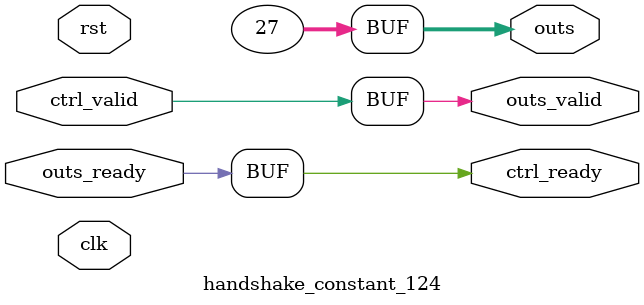
<source format=v>
`timescale 1ns / 1ps
module handshake_constant_124 #(
  parameter DATA_WIDTH = 32  // Default set to 32 bits
) (
  input                       clk,
  input                       rst,
  // Input Channel
  input                       ctrl_valid,
  output                      ctrl_ready,
  // Output Channel
  output [DATA_WIDTH - 1 : 0] outs,
  output                      outs_valid,
  input                       outs_ready
);
  assign outs       = 6'b011011;
  assign outs_valid = ctrl_valid;
  assign ctrl_ready = outs_ready;

endmodule

</source>
